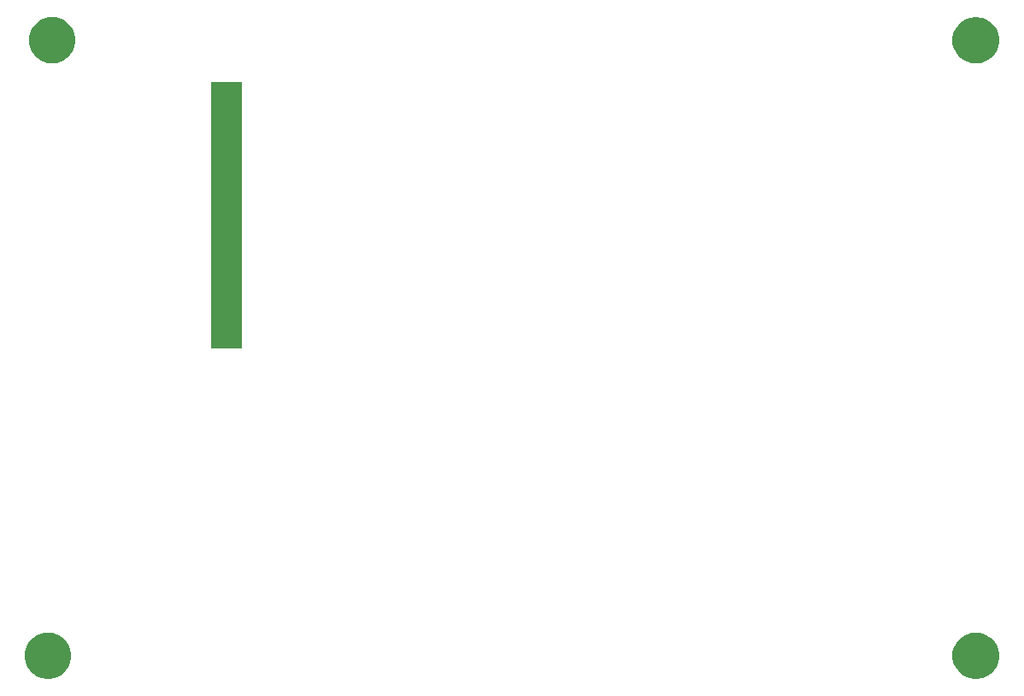
<source format=gbr>
G04 #@! TF.GenerationSoftware,KiCad,Pcbnew,(5.1.2)-2*
G04 #@! TF.CreationDate,2021-11-10T11:58:56-03:00*
G04 #@! TF.ProjectId,MAG_Plus,4d41475f-506c-4757-932e-6b696361645f,rev?*
G04 #@! TF.SameCoordinates,Original*
G04 #@! TF.FileFunction,Soldermask,Bot*
G04 #@! TF.FilePolarity,Negative*
%FSLAX46Y46*%
G04 Gerber Fmt 4.6, Leading zero omitted, Abs format (unit mm)*
G04 Created by KiCad (PCBNEW (5.1.2)-2) date 2021-11-10 11:58:56*
%MOMM*%
%LPD*%
G04 APERTURE LIST*
%ADD10C,0.100000*%
G04 APERTURE END LIST*
D10*
G36*
X151358903Y-105563213D02*
G01*
X151581177Y-105607426D01*
X151999932Y-105780880D01*
X152376802Y-106032696D01*
X152697304Y-106353198D01*
X152949120Y-106730068D01*
X153122574Y-107148823D01*
X153211000Y-107593371D01*
X153211000Y-108046629D01*
X153122574Y-108491177D01*
X152949120Y-108909932D01*
X152697304Y-109286802D01*
X152376802Y-109607304D01*
X151999932Y-109859120D01*
X151581177Y-110032574D01*
X151358903Y-110076787D01*
X151136630Y-110121000D01*
X150683370Y-110121000D01*
X150461097Y-110076787D01*
X150238823Y-110032574D01*
X149820068Y-109859120D01*
X149443198Y-109607304D01*
X149122696Y-109286802D01*
X148870880Y-108909932D01*
X148697426Y-108491177D01*
X148609000Y-108046629D01*
X148609000Y-107593371D01*
X148697426Y-107148823D01*
X148870880Y-106730068D01*
X149122696Y-106353198D01*
X149443198Y-106032696D01*
X149820068Y-105780880D01*
X150238823Y-105607426D01*
X150461097Y-105563213D01*
X150683370Y-105519000D01*
X151136630Y-105519000D01*
X151358903Y-105563213D01*
X151358903Y-105563213D01*
G37*
G36*
X243248903Y-105553213D02*
G01*
X243471177Y-105597426D01*
X243889932Y-105770880D01*
X244266802Y-106022696D01*
X244587304Y-106343198D01*
X244839120Y-106720068D01*
X245012574Y-107138823D01*
X245101000Y-107583371D01*
X245101000Y-108036629D01*
X245012574Y-108481177D01*
X244839120Y-108899932D01*
X244587304Y-109276802D01*
X244266802Y-109597304D01*
X243889932Y-109849120D01*
X243471177Y-110022574D01*
X243248903Y-110066787D01*
X243026630Y-110111000D01*
X242573370Y-110111000D01*
X242351097Y-110066787D01*
X242128823Y-110022574D01*
X241710068Y-109849120D01*
X241333198Y-109597304D01*
X241012696Y-109276802D01*
X240760880Y-108899932D01*
X240587426Y-108481177D01*
X240499000Y-108036629D01*
X240499000Y-107583371D01*
X240587426Y-107138823D01*
X240760880Y-106720068D01*
X241012696Y-106343198D01*
X241333198Y-106022696D01*
X241710068Y-105770880D01*
X242128823Y-105597426D01*
X242351097Y-105553213D01*
X242573370Y-105509000D01*
X243026630Y-105509000D01*
X243248903Y-105553213D01*
X243248903Y-105553213D01*
G37*
G36*
X170131000Y-77371000D02*
G01*
X167029000Y-77371000D01*
X167029000Y-50969000D01*
X170131000Y-50969000D01*
X170131000Y-77371000D01*
X170131000Y-77371000D01*
G37*
G36*
X243248903Y-44553213D02*
G01*
X243471177Y-44597426D01*
X243889932Y-44770880D01*
X244266802Y-45022696D01*
X244587304Y-45343198D01*
X244839120Y-45720068D01*
X245012574Y-46138823D01*
X245101000Y-46583371D01*
X245101000Y-47036629D01*
X245012574Y-47481177D01*
X244839120Y-47899932D01*
X244587304Y-48276802D01*
X244266802Y-48597304D01*
X243889932Y-48849120D01*
X243471177Y-49022574D01*
X243248903Y-49066787D01*
X243026630Y-49111000D01*
X242573370Y-49111000D01*
X242351097Y-49066787D01*
X242128823Y-49022574D01*
X241710068Y-48849120D01*
X241333198Y-48597304D01*
X241012696Y-48276802D01*
X240760880Y-47899932D01*
X240587426Y-47481177D01*
X240499000Y-47036629D01*
X240499000Y-46583371D01*
X240587426Y-46138823D01*
X240760880Y-45720068D01*
X241012696Y-45343198D01*
X241333198Y-45022696D01*
X241710068Y-44770880D01*
X242128823Y-44597426D01*
X242351097Y-44553213D01*
X242573370Y-44509000D01*
X243026630Y-44509000D01*
X243248903Y-44553213D01*
X243248903Y-44553213D01*
G37*
G36*
X151748903Y-44543213D02*
G01*
X151971177Y-44587426D01*
X152389932Y-44760880D01*
X152766802Y-45012696D01*
X153087304Y-45333198D01*
X153339120Y-45710068D01*
X153512574Y-46128823D01*
X153601000Y-46573371D01*
X153601000Y-47026629D01*
X153512574Y-47471177D01*
X153339120Y-47889932D01*
X153087304Y-48266802D01*
X152766802Y-48587304D01*
X152389932Y-48839120D01*
X151971177Y-49012574D01*
X151748903Y-49056787D01*
X151526630Y-49101000D01*
X151073370Y-49101000D01*
X150851097Y-49056787D01*
X150628823Y-49012574D01*
X150210068Y-48839120D01*
X149833198Y-48587304D01*
X149512696Y-48266802D01*
X149260880Y-47889932D01*
X149087426Y-47471177D01*
X148999000Y-47026629D01*
X148999000Y-46573371D01*
X149087426Y-46128823D01*
X149260880Y-45710068D01*
X149512696Y-45333198D01*
X149833198Y-45012696D01*
X150210068Y-44760880D01*
X150628823Y-44587426D01*
X150851097Y-44543213D01*
X151073370Y-44499000D01*
X151526630Y-44499000D01*
X151748903Y-44543213D01*
X151748903Y-44543213D01*
G37*
M02*

</source>
